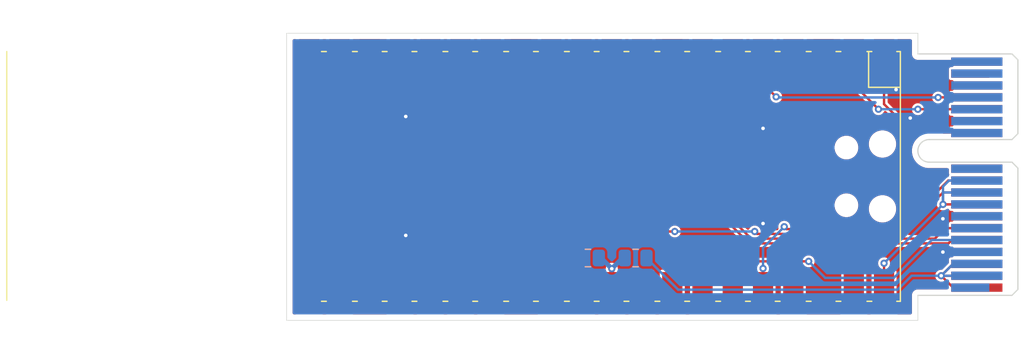
<source format=kicad_pcb>
(kicad_pcb (version 20240108) (generator "pcbnew") (generator_version "8.0")
  (layers (0 "F.Cu" signal) (31 "B.Cu" signal) (34 "B.Paste" user) (35 "F.Paste" user) (36 "B.SilkS" user "B.Silkscreen") (37 "F.SilkS" user "F.Silkscreen") (38 "B.Mask" user) (39 "F.Mask" user) (44 "Edge.Cuts" user))
  (net 0 "")
  (net 1 "I2C_RESET")
  (net 2 "+5V")
  (net 3 "I2C_A0")
  (net 4 "SDA")
  (net 5 "SCL")
  (net 6 "VIN")
  (net 7 "GND")
  (net 8 "I2C_A2")
  (net 10 "VDD")
  (net 11 "I2C_A1")
  (net 12 "LED_DATA")
  (net 18 "OVERLOAD")
  (net 23 "WIZNET6")
  (net 28 "WIZNET3")
  (net 37 "WIZNET5")
  (net 41 "WIZNET2")
  (net 43 "WIZNET4")
  (net 45 "Net-(U1-GPIO26_ADC0)")
  (net 46 "WIZNET1")
  (footprint "W5500 Footprint:RPi_Pico_W5500_SMD_NO_HOLES" (layer "F.Cu") (at 98.03 59.04 -90)
    (property "Reference" "U1" (hide yes))
    (property "Value" "W5500-EVB-Pico")
    (fp_line (start 10.414 49.53) (end -10.5 49.53) (stroke (width 0.12)) (layer "F.SilkS"))
    (fp_line (start -10.5 22.7) (end -10.5 23.1) (stroke (width 0.12)) (layer "F.SilkS"))
    (fp_line (start 10.5 22.7) (end 10.5 23.1) (stroke (width 0.12)) (layer "F.SilkS"))
    (fp_line (start -10.5 20.1) (end -10.5 20.5) (stroke (width 0.12)) (layer "F.SilkS"))
    (fp_line (start 10.5 20.1) (end 10.5 20.5) (stroke (width 0.12)) (layer "F.SilkS"))
    (fp_line (start -10.5 17.6) (end -10.5 18) (stroke (width 0.12)) (layer "F.SilkS"))
    (fp_line (start 10.5 17.6) (end 10.5 18) (stroke (width 0.12)) (layer "F.SilkS"))
    (fp_line (start -10.5 15.1) (end -10.5 15.5) (stroke (width 0.12)) (layer "F.SilkS"))
    (fp_line (start 10.5 15.1) (end 10.5 15.5) (stroke (width 0.12)) (layer "F.SilkS"))
    (fp_line (start -10.5 12.5) (end -10.5 12.9) (stroke (width 0.12)) (layer "F.SilkS"))
    (fp_line (start 10.5 12.5) (end 10.5 12.9) (stroke (width 0.12)) (layer "F.SilkS"))
    (fp_line (start -10.5 10) (end -10.5 10.4) (stroke (width 0.12)) (layer "F.SilkS"))
    (fp_line (start 10.5 10) (end 10.5 10.4) (stroke (width 0.12)) (layer "F.SilkS"))
    (fp_line (start -10.5 7.4) (end -10.5 7.8) (stroke (width 0.12)) (layer "F.SilkS"))
    (fp_line (start 10.5 7.4) (end 10.5 7.8) (stroke (width 0.12)) (layer "F.SilkS"))
    (fp_line (start -10.5 4.9) (end -10.5 5.3) (stroke (width 0.12)) (layer "F.SilkS"))
    (fp_line (start 10.5 4.9) (end 10.5 5.3) (stroke (width 0.12)) (layer "F.SilkS"))
    (fp_line (start -10.5 2.3) (end -10.5 2.7) (stroke (width 0.12)) (layer "F.SilkS"))
    (fp_line (start 10.5 2.3) (end 10.5 2.7) (stroke (width 0.12)) (layer "F.SilkS"))
    (fp_line (start -10.5 -0.2) (end -10.5 0.2) (stroke (width 0.12)) (layer "F.SilkS"))
    (fp_line (start 10.5 -0.2) (end 10.5 0.2) (stroke (width 0.12)) (layer "F.SilkS"))
    (fp_line (start -10.5 -2.7) (end -10.5 -2.3) (stroke (width 0.12)) (layer "F.SilkS"))
    (fp_line (start 10.5 -2.7) (end 10.5 -2.3) (stroke (width 0.12)) (layer "F.SilkS"))
    (fp_line (start -10.5 -5.3) (end -10.5 -4.9) (stroke (width 0.12)) (layer "F.SilkS"))
    (fp_line (start 10.5 -5.3) (end 10.5 -4.9) (stroke (width 0.12)) (layer "F.SilkS"))
    (fp_line (start -10.5 -7.8) (end -10.5 -7.4) (stroke (width 0.12)) (layer "F.SilkS"))
    (fp_line (start 10.5 -7.8) (end 10.5 -7.4) (stroke (width 0.12)) (layer "F.SilkS"))
    (fp_line (start -10.5 -10.4) (end -10.5 -10) (stroke (width 0.12)) (layer "F.SilkS"))
    (fp_line (start 10.5 -10.4) (end 10.5 -10) (stroke (width 0.12)) (layer "F.SilkS"))
    (fp_line (start -10.5 -12.9) (end -10.5 -12.5) (stroke (width 0.12)) (layer "F.SilkS"))
    (fp_line (start 10.5 -12.9) (end 10.5 -12.5) (stroke (width 0.12)) (layer "F.SilkS"))
    (fp_line (start -10.5 -15.4) (end -10.5 -15) (stroke (width 0.12)) (layer "F.SilkS"))
    (fp_line (start 10.5 -15.4) (end 10.5 -15) (stroke (width 0.12)) (layer "F.SilkS"))
    (fp_line (start -10.5 -18) (end -10.5 -17.6) (stroke (width 0.12)) (layer "F.SilkS"))
    (fp_line (start 10.5 -18) (end 10.5 -17.6) (stroke (width 0.12)) (layer "F.SilkS"))
    (fp_line (start -10.5 -20.5) (end -10.5 -20.1) (stroke (width 0.12)) (layer "F.SilkS"))
    (fp_line (start 10.5 -20.5) (end 10.5 -20.1) (stroke (width 0.12)) (layer "F.SilkS"))
    (fp_line (start -10.5 -22.833) (end -7.493 -22.833) (stroke (width 0.12)) (layer "F.SilkS"))
    (fp_line (start -7.493 -22.833) (end -7.493 -25.5) (stroke (width 0.12)) (layer "F.SilkS"))
    (fp_line (start -10.5 -23.1) (end -10.5 -22.7) (stroke (width 0.12)) (layer "F.SilkS"))
    (fp_line (start 10.5 -23.1) (end 10.5 -22.7) (stroke (width 0.12)) (layer "F.SilkS"))
    (fp_line (start -10.5 -25.5) (end -10.5 -25.2) (stroke (width 0.12)) (layer "F.SilkS"))
    (fp_line (start -10.5 -25.5) (end 10.5 -25.5) (stroke (width 0.12)) (layer "F.SilkS"))
    (fp_line (start 10.5 -25.5) (end 10.5 -25.2) (stroke (width 0.12)) (layer "F.SilkS"))
    (pad "" np_thru_hole oval (at -2.725 -24 270) (size 1.8 1.8) (drill 1.8) (layers "*.Cu" "*.Mask"))
    (pad "" np_thru_hole oval (at -2.425 -20.97 270) (size 1.5 1.5) (drill 1.5) (layers "*.Cu" "*.Mask"))
    (pad "" np_thru_hole oval (at 2.425 -20.97 270) (size 1.5 1.5) (drill 1.5) (layers "*.Cu" "*.Mask"))
    (pad "" np_thru_hole oval (at 2.725 -24 270) (size 1.8 1.8) (drill 1.8) (layers "*.Cu" "*.Mask"))
    (pad "1" smd rect (at -8.89 -24.13 270) (size 3.5 1.7) (drill (offset -0.9 0)) (layers "F.Cu" "F.Mask") (net 4 "SDA"))
    (pad "2" smd rect (at -8.89 -21.59 270) (size 3.5 1.7) (drill (offset -0.9 0)) (layers "F.Cu" "F.Mask") (net 5 "SCL"))
    (pad "3" smd rect (at -8.89 -19.05 270) (size 3.5 1.7) (drill (offset -0.9 0)) (layers "F.Cu" "F.Mask") (net 7 "GND"))
    (pad "4" smd rect (at -8.89 -16.51 270) (size 3.5 1.7) (drill (offset -0.9 0)) (layers "F.Cu" "F.Mask") (net 12 "LED_DATA"))
    (pad "5" smd rect (at -8.89 -13.97 270) (size 3.5 1.7) (drill (offset -0.9 0)) (layers "F.Cu" "F.Mask") (net 8 "I2C_A2"))
    (pad "6" smd rect (at -8.89 -11.43 270) (size 3.5 1.7) (drill (offset -0.9 0)) (layers "F.Cu" "F.Mask") (net 11 "I2C_A1"))
    (pad "7" smd rect (at -8.89 -8.89 270) (size 3.5 1.7) (drill (offset -0.9 0)) (layers "F.Cu" "F.Mask") (net 3 "I2C_A0"))
    (pad "8" smd rect (at -8.89 -6.35 270) (size 3.5 1.7) (drill (offset -0.9 0)) (layers "F.Cu" "F.Mask") (net 7 "GND"))
    (pad "9" smd rect (at -8.89 -3.81 270) (size 3.5 1.7) (drill (offset -0.9 0)) (layers "F.Cu" "F.Mask"))
    (pad "10" smd rect (at -8.89 -1.27 270) (size 3.5 1.7) (drill (offset -0.9 0)) (layers "F.Cu" "F.Mask"))
    (pad "11" smd rect (at -8.89 1.27 270) (size 3.5 1.7) (drill (offset -0.9 0)) (layers "F.Cu" "F.Mask"))
    (pad "12" smd rect (at -8.89 3.81 270) (size 3.5 1.7) (drill (offset -0.9 0)) (layers "F.Cu" "F.Mask"))
    (pad "13" smd rect (at -8.89 6.35 270) (size 3.5 1.7) (drill (offset -0.9 0)) (layers "F.Cu" "F.Mask") (net 7 "GND"))
    (pad "14" smd rect (at -8.89 8.89 270) (size 3.5 1.7) (drill (offset -0.9 0)) (layers "F.Cu" "F.Mask"))
    (pad "15" smd rect (at -8.89 11.43 270) (size 3.5 1.7) (drill (offset -0.9 0)) (layers "F.Cu" "F.Mask"))
    (pad "16" smd rect (at -8.89 13.97 270) (size 3.5 1.7) (drill (offset -0.9 0)) (layers "F.Cu" "F.Mask"))
    (pad "17" smd rect (at -8.89 16.51 270) (size 3.5 1.7) (drill (offset -0.9 0)) (layers "F.Cu" "F.Mask"))
    (pad "18" smd rect (at -8.89 19.05 270) (size 3.5 1.7) (drill (offset -0.9 0)) (layers "F.Cu" "F.Mask") (net 7 "GND"))
    (pad "19" smd rect (at -8.89 21.59 270) (size 3.5 1.7) (drill (offset -0.9 0)) (layers "F.Cu" "F.Mask"))
    (pad "20" smd rect (at -8.89 24.13 270) (size 3.5 1.7) (drill (offset -0.9 0)) (layers "F.Cu" "F.Mask"))
    (pad "21" smd rect (at 8.89 24.13 270) (size 3.5 1.7) (drill (offset 0.9 0)) (layers "F.Cu" "F.Mask") (net 23 "WIZNET6"))
    (pad "22" smd rect (at 8.89 21.59 270) (size 3.5 1.7) (drill (offset 0.9 0)) (layers "F.Cu" "F.Mask") (net 37 "WIZNET5"))
    (pad "23" smd rect (at 8.89 19.05 270) (size 3.5 1.7) (drill (offset 0.9 0)) (layers "F.Cu" "F.Mask") (net 7 "GND"))
    (pad "24" smd rect (at 8.89 16.51 270) (size 3.5 1.7) (drill (offset 0.9 0)) (layers "F.Cu" "F.Mask") (net 43 "WIZNET4"))
    (pad "25" smd rect (at 8.89 13.97 270) (size 3.5 1.7) (drill (offset 0.9 0)) (layers "F.Cu" "F.Mask") (net 28 "WIZNET3"))
    (pad "26" smd rect (at 8.89 11.43 270) (size 3.5 1.7) (drill (offset 0.9 0)) (layers "F.Cu" "F.Mask") (net 41 "WIZNET2"))
    (pad "27" smd rect (at 8.89 8.89 270) (size 3.5 1.7) (drill (offset 0.9 0)) (layers "F.Cu" "F.Mask") (net 46 "WIZNET1"))
    (pad "28" smd rect (at 8.89 6.35 270) (size 3.5 1.7) (drill (offset 0.9 0)) (layers "F.Cu" "F.Mask") (net 7 "GND"))
    (pad "29" smd rect (at 8.89 3.81 270) (size 3.5 1.7) (drill (offset 0.9 0)) (layers "F.Cu" "F.Mask") (net 1 "I2C_RESET"))
    (pad "30" smd rect (at 8.89 1.27 270) (size 3.5 1.7) (drill (offset 0.9 0)) (layers "F.Cu" "F.Mask"))
    (pad "31" smd rect (at 8.89 -1.27 270) (size 3.5 1.7) (drill (offset 0.9 0)) (layers "F.Cu" "F.Mask") (net 45 "Net-(U1-GPIO26_ADC0)"))
    (pad "32" smd rect (at 8.89 -3.81 270) (size 3.5 1.7) (drill (offset 0.9 0)) (layers "F.Cu" "F.Mask"))
    (pad "33" smd rect (at 8.89 -6.35 270) (size 3.5 1.7) (drill (offset 0.9 0)) (layers "F.Cu" "F.Mask"))
    (pad "34" smd rect (at 8.89 -8.89 270) (size 3.5 1.7) (drill (offset 0.9 0)) (layers "F.Cu" "F.Mask") (net 18 "OVERLOAD"))
    (pad "35" smd rect (at 8.89 -11.43 270) (size 3.5 1.7) (drill (offset 0.9 0)) (layers "F.Cu" "F.Mask"))
    (pad "36" smd rect (at 8.89 -13.97 270) (size 3.5 1.7) (drill (offset 0.9 0)) (layers "F.Cu" "F.Mask") (net 10 "VDD"))
    (pad "37" smd rect (at 8.89 -16.51 270) (size 3.5 1.7) (drill (offset 0.9 0)) (layers "F.Cu" "F.Mask"))
    (pad "38" smd rect (at 8.89 -19.05 270) (size 3.5 1.7) (drill (offset 0.9 0)) (layers "F.Cu" "F.Mask") (net 7 "GND"))
    (pad "39" smd rect (at 8.89 -21.59 270) (size 3.5 1.7) (drill (offset 0.9 0)) (layers "F.Cu" "F.Mask"))
    (pad "40" smd rect (at 8.89 -24.13 270) (size 3.5 1.7) (drill (offset 0.9 0)) (layers "F.Cu" "F.Mask") (net 2 "+5V"))
  )
  (footprint "Connector_PCBEdge:BUS_PCIexpress_x1" (layer "F.Cu") (at 129.95 68.39 90)
    (property "Reference" "J1" (hide yes))
    (property "Value" "Bus_PCI_Express_x1" (hide yes))
    (fp_line (start 19.65 -4.95) (end 19.65 2.95) (stroke (width 0.1)) (layer "Edge.Cuts"))
    (fp_line (start -0.65 -4.95) (end -0.65 2.95) (stroke (width 0.1)) (layer "Edge.Cuts"))
    (fp_line (start 12.45 -4) (end 12.45 2.95) (stroke (width 0.1)) (layer "Edge.Cuts"))
    (fp_line (start 10.55 -4) (end 10.55 2.95) (stroke (width 0.1)) (layer "Edge.Cuts"))
    (fp_line (start 19.65 2.95) (end 19.15 3.45) (stroke (width 0.1)) (layer "Edge.Cuts"))
    (fp_line (start 12.45 2.95) (end 12.95 3.45) (stroke (width 0.1)) (layer "Edge.Cuts"))
    (fp_line (start 10.55 2.95) (end 10.05 3.45) (stroke (width 0.1)) (layer "Edge.Cuts"))
    (fp_line (start -0.65 2.95) (end -0.15 3.45) (stroke (width 0.1)) (layer "Edge.Cuts"))
    (fp_line (start 12.95 3.45) (end 19.15 3.45) (stroke (width 0.1)) (layer "Edge.Cuts"))
    (fp_line (start -0.15 3.45) (end 10.05 3.45) (stroke (width 0.1)) (layer "Edge.Cuts"))
    (fp_arc (start 10.55 -4) (mid 11.5 -4.95) (end 12.45 -4) (stroke (width 0.1)) (layer "Edge.Cuts"))
    (pad "A1" connect rect (at 0 -0.55 90) (size 0.7 3.2) (layers "B.Cu" "B.Mask"))
    (pad "A2" connect rect (at 1 0 90) (size 0.7 4.3) (layers "B.Cu" "B.Mask") (net 6 "VIN"))
    (pad "A3" connect rect (at 2 0 90) (size 0.7 4.3) (layers "B.Cu" "B.Mask") (net 6 "VIN"))
    (pad "A4" connect rect (at 3 0 90) (size 0.7 4.3) (layers "B.Cu" "B.Mask") (net 7 "GND"))
    (pad "A5" connect rect (at 4 0 90) (size 0.7 4.3) (layers "B.Cu" "B.Mask") (net 18 "OVERLOAD"))
    (pad "A6" connect rect (at 5 0 90) (size 0.7 4.3) (layers "B.Cu" "B.Mask"))
    (pad "A7" connect rect (at 6 0 90) (size 0.7 4.3) (layers "B.Cu" "B.Mask"))
    (pad "A8" connect rect (at 7 0 90) (size 0.7 4.3) (layers "B.Cu" "B.Mask"))
    (pad "A9" connect rect (at 8 0 90) (size 0.7 4.3) (layers "B.Cu" "B.Mask") (net 2 "+5V"))
    (pad "A10" connect rect (at 9 0 90) (size 0.7 4.3) (layers "B.Cu" "B.Mask") (net 2 "+5V"))
    (pad "A11" connect rect (at 10 0 90) (size 0.7 4.3) (layers "B.Cu" "B.Mask"))
    (pad "A12" connect rect (at 13 0 90) (size 0.7 4.3) (layers "B.Cu" "B.Mask") (net 7 "GND"))
    (pad "A13" connect rect (at 14 0 90) (size 0.7 4.3) (layers "B.Cu" "B.Mask"))
    (pad "A14" connect rect (at 15 0 90) (size 0.7 4.3) (layers "B.Cu" "B.Mask"))
    (pad "A15" connect rect (at 16 0 90) (size 0.7 4.3) (layers "B.Cu" "B.Mask") (net 7 "GND"))
    (pad "A16" connect rect (at 17 0 90) (size 0.7 4.3) (layers "B.Cu" "B.Mask"))
    (pad "A17" connect rect (at 18 0 90) (size 0.7 4.3) (layers "B.Cu" "B.Mask"))
    (pad "A18" connect rect (at 19 0 90) (size 0.7 4.3) (layers "B.Cu" "B.Mask") (net 7 "GND"))
    (pad "B1" connect rect (at 0 0 90) (size 0.7 4.3) (layers "F.Cu" "F.Mask") (net 6 "VIN"))
    (pad "B2" connect rect (at 1 0 90) (size 0.7 4.3) (layers "F.Cu" "F.Mask") (net 6 "VIN"))
    (pad "B3" connect rect (at 2 0 90) (size 0.7 4.3) (layers "F.Cu" "F.Mask") (net 6 "VIN"))
    (pad "B4" connect rect (at 3 0 90) (size 0.7 4.3) (layers "F.Cu" "F.Mask") (net 7 "GND"))
    (pad "B5" connect rect (at 4 0 90) (size 0.7 4.3) (layers "F.Cu" "F.Mask") (net 3 "I2C_A0"))
    (pad "B6" connect rect (at 5 0 90) (size 0.7 4.3) (layers "F.Cu" "F.Mask") (net 11 "I2C_A1"))
    (pad "B7" connect rect (at 6 0 90) (size 0.7 4.3) (layers "F.Cu" "F.Mask") (net 7 "GND"))
    (pad "B8" connect rect (at 7 0 90) (size 0.7 4.3) (layers "F.Cu" "F.Mask") (net 2 "+5V"))
    (pad "B9" connect rect (at 8 0 90) (size 0.7 4.3) (layers "F.Cu" "F.Mask") (net 1 "I2C_RESET"))
    (pad "B10" connect rect (at 9 0 90) (size 0.7 4.3) (layers "F.Cu" "F.Mask") (net 10 "VDD"))
    (pad "B11" connect rect (at 10 0 90) (size 0.7 4.3) (layers "F.Cu" "F.Mask"))
    (pad "B12" connect rect (at 13 0 90) (size 0.7 4.3) (layers "F.Cu" "F.Mask") (net 4 "SDA"))
    (pad "B13" connect rect (at 14 0 90) (size 0.7 4.3) (layers "F.Cu" "F.Mask") (net 7 "GND"))
    (pad "B14" connect rect (at 15 0 90) (size 0.7 4.3) (layers "F.Cu" "F.Mask") (net 5 "SCL"))
    (pad "B15" connect rect (at 16 0 90) (size 0.7 4.3) (layers "F.Cu" "F.Mask") (net 8 "I2C_A2"))
    (pad "B16" connect rect (at 17 0 90) (size 0.7 4.3) (layers "F.Cu" "F.Mask") (net 7 "GND"))
    (pad "B17" connect rect (at 18 -0.55 90) (size 0.7 3.2) (layers "F.Cu" "F.Mask"))
    (pad "B18" connect rect (at 19 0 90) (size 0.7 4.3) (layers "F.Cu" "F.Mask") (net 7 "GND"))
  )
  (footprint "Resistor_SMD:R_0805_2012Metric" (layer "B.Cu") (at 101.3 65.9 180)
    (property "Reference" "R1" (hide yes))
    (property "Value" "22K")
    (fp_line (start 0.227064 0.735) (end -0.227064 0.735) (stroke (width 0.12)) (layer "B.SilkS"))
    (fp_line (start 0.227064 -0.735) (end -0.227064 -0.735) (stroke (width 0.12)) (layer "B.SilkS"))
    (pad "1" smd roundrect (at -0.9125 0 180) (size 1.025 1.4) (layers "B.Cu" "B.Paste" "B.Mask") (roundrect_rratio 0.243902) (net 6 "VIN"))
    (pad "2" smd roundrect (at 0.9125 0 180) (size 1.025 1.4) (layers "B.Cu" "B.Paste" "B.Mask") (roundrect_rratio 0.243902) (net 45 "Net-(U1-GPIO26_ADC0)"))
  )
  (footprint "Resistor_SMD:R_0805_2012Metric" (layer "B.Cu") (at 97.3 65.9 180)
    (property "Reference" "R2" (hide yes))
    (property "Value" "2K")
    (fp_line (start 0.227064 0.735) (end -0.227064 0.735) (stroke (width 0.12)) (layer "B.SilkS"))
    (fp_line (start 0.227064 -0.735) (end -0.227064 -0.735) (stroke (width 0.12)) (layer "B.SilkS"))
    (pad "1" smd roundrect (at -0.9125 0 180) (size 1.025 1.4) (layers "B.Cu" "B.Paste" "B.Mask") (roundrect_rratio 0.243902) (net 45 "Net-(U1-GPIO26_ADC0)"))
    (pad "2" smd roundrect (at 0.9125 0 180) (size 1.025 1.4) (layers "B.Cu" "B.Paste" "B.Mask") (roundrect_rratio 0.243902) (net 7 "GND"))
  )
  (gr_line (start 125 47) (end 125 48.74) (stroke (width 0.05)) (layer "Edge.Cuts"))
  (gr_line (start 125 71.14) (end 125 69.04) (stroke (width 0.05)) (layer "Edge.Cuts"))
  (gr_line (start 72 47) (end 72 71.14) (stroke (width 0.05)) (layer "Edge.Cuts"))
  (gr_line (start 72 47) (end 125 47) (stroke (width 0.05)) (layer "Edge.Cuts"))
  (gr_line (start 72 71.14) (end 125 71.14) (stroke (width 0.05)) (layer "Edge.Cuts"))
  (segment (start 104.59 63.67) (end 98.48 63.67) (width 0.2) (layer "F.Cu") (net 1))
  (segment (start 123.63 63.87) (end 127.11 60.39) (width 0.2) (layer "F.Cu") (net 1))
  (segment (start 127.11 60.39) (end 129.95 60.39) (width 0.2) (layer "F.Cu") (net 1))
  (segment (start 98.48 63.67) (end 94.22 67.93) (width 0.2) (layer "F.Cu") (net 1))
  (segment (start 111.5 63.87) (end 123.63 63.87) (width 0.2) (layer "F.Cu") (net 1))
  (segment (start 111.3 63.67) (end 111.5 63.87) (width 0.2) (layer "F.Cu") (net 1))
  (via (at 111.3 63.67) (size 0.6) (drill 0.3) (layers "F.Cu" "B.Cu") (net 1))
  (via (at 104.59 63.67) (size 0.6) (drill 0.3) (layers "F.Cu" "B.Cu") (net 1))
  (segment (start 104.59 63.67) (end 111.3 63.67) (width 0.2) (layer "B.Cu") (net 1))
  (segment (start 129.95 61.39) (end 127.11 61.39) (width 0.2) (layer "F.Cu") (net 2))
  (segment (start 122.16 66.34) (end 122.16 67.93) (width 0.2) (layer "F.Cu") (net 2))
  (via (at 127.11 61.39) (size 0.6) (drill 0.3) (layers "F.Cu" "B.Cu") (net 2))
  (via (at 122.16 66.34) (size 0.6) (drill 0.3) (layers "F.Cu" "B.Cu") (net 2))
  (segment (start 127.11 59.89) (end 127.11 61.39) (width 0.2) (layer "B.Cu") (net 2))
  (segment (start 127.61 59.39) (end 127.11 59.89) (width 0.2) (layer "B.Cu") (net 2))
  (segment (start 122.16 66.34) (end 127.11 61.39) (width 0.2) (layer "B.Cu") (net 2))
  (segment (start 127.11 60.39) (end 127.11 61.39) (width 0.2) (layer "B.Cu") (net 2))
  (segment (start 129.95 60.39) (end 127.11 60.39) (width 0.2) (layer "B.Cu") (net 2))
  (segment (start 129.95 59.39) (end 127.61 59.39) (width 0.2) (layer "B.Cu") (net 2))
  (segment (start 110.834314 64.67) (end 127.57 64.67) (width 0.2) (layer "F.Cu") (net 3))
  (segment (start 127.57 64.67) (end 127.85 64.39) (width 0.2) (layer "F.Cu") (net 3))
  (segment (start 106.92 50.15) (end 106.92 60.755686) (width 0.2) (layer "F.Cu") (net 3))
  (segment (start 127.85 64.39) (end 129.95 64.39) (width 0.2) (layer "F.Cu") (net 3))
  (segment (start 106.92 60.755686) (end 110.834314 64.67) (width 0.2) (layer "F.Cu") (net 3))
  (segment (start 122.16 52.96) (end 124.46 55.26) (width 0.2) (layer "F.Cu") (net 4))
  (segment (start 124.46 55.26) (end 127.35 55.26) (width 0.2) (layer "F.Cu") (net 4))
  (segment (start 122.16 50.15) (end 122.16 52.96) (width 0.2) (layer "F.Cu") (net 4))
  (segment (start 119.62 51.315) (end 119.62 50.15) (width 0.2) (layer "F.Cu") (net 5))
  (segment (start 121.69 53.39) (end 121.69 53.385) (width 0.2) (layer "F.Cu") (net 5))
  (segment (start 121.69 53.385) (end 119.62 51.315) (width 0.2) (layer "F.Cu") (net 5))
  (segment (start 129.95 53.39) (end 125 53.39) (width 0.2) (layer "F.Cu") (net 5))
  (via (at 121.69 53.39) (size 0.6) (drill 0.3) (layers "F.Cu" "B.Cu") (net 5))
  (via (at 125 53.39) (size 0.6) (drill 0.3) (layers "F.Cu" "B.Cu") (net 5))
  (segment (start 125 53.39) (end 121.69 53.39) (width 0.2) (layer "B.Cu") (net 5))
  (segment (start 127.96 66.39) (end 129.95 66.39) (width 0.2) (layer "F.Cu") (net 6))
  (segment (start 126.96 67.39) (end 129.95 67.39) (width 0.2) (layer "F.Cu") (net 6))
  (segment (start 127.96 68.39) (end 129.95 68.39) (width 0.2) (layer "F.Cu") (net 6))
  (segment (start 126.96 67.39) (end 127.96 68.39) (width 0.2) (layer "F.Cu") (net 6))
  (segment (start 126.96 67.39) (end 127.96 66.39) (width 0.2) (layer "F.Cu") (net 6))
  (via (at 126.96 67.39) (size 0.6) (drill 0.3) (layers "F.Cu" "B.Cu") (net 6))
  (segment (start 104.8725 68.56) (end 102.2125 65.9) (width 0.2) (layer "B.Cu") (net 6))
  (segment (start 126.96 67.39) (end 127.96 66.39) (width 0.2) (layer "B.Cu") (net 6))
  (segment (start 126.96 67.39) (end 124.48 67.39) (width 0.2) (layer "B.Cu") (net 6))
  (segment (start 127.96 66.39) (end 129.95 66.39) (width 0.2) (layer "B.Cu") (net 6))
  (segment (start 124.48 67.39) (end 123.31 68.56) (width 0.2) (layer "B.Cu") (net 6))
  (segment (start 129.95 67.39) (end 126.96 67.39) (width 0.2) (layer "B.Cu") (net 6))
  (segment (start 123.31 68.56) (end 104.8725 68.56) (width 0.2) (layer "B.Cu") (net 6))
  (via (at 82 64) (size 0.6) (drill 0.3) (layers "F.Cu" "B.Cu") (net 7))
  (via (at 123.17 51.74) (size 0.6) (drill 0.3) (layers "F.Cu" "B.Cu") (net 7))
  (via (at 112 55) (size 0.6) (drill 0.3) (layers "F.Cu" "B.Cu") (net 7))
  (via (at 82 54) (size 0.6) (drill 0.3) (layers "F.Cu" "B.Cu") (net 7))
  (via (at 127.1 65.4) (size 0.6) (drill 0.3) (layers "F.Cu" "B.Cu") (net 7))
  (via (at 112 63) (size 0.6) (drill 0.3) (layers "F.Cu" "B.Cu") (net 7))
  (via (at 127.1 62.6) (size 0.6) (drill 0.3) (layers "F.Cu" "B.Cu") (net 7))
  (via (at 124.36 54.13) (size 0.6) (drill 0.3) (layers "F.Cu" "B.Cu") (net 7))
  (segment (start 126.71 52.39) (end 126.7 52.4) (width 0.2) (layer "F.Cu") (net 8))
  (segment (start 129.95 52.39) (end 126.71 52.39) (width 0.2) (layer "F.Cu") (net 8))
  (segment (start 112 51.25) (end 112 50.15) (width 0.2) (layer "F.Cu") (net 8))
  (segment (start 113.1 52.35) (end 112 51.25) (width 0.2) (layer "F.Cu") (net 8))
  (via (at 126.7 52.4) (size 0.6) (drill 0.3) (layers "F.Cu" "B.Cu") (net 8))
  (via (at 113.1 52.35) (size 0.6) (drill 0.3) (layers "F.Cu" "B.Cu") (net 8))
  (segment (start 113.1 52.35) (end 113.15 52.4) (width 0.2) (layer "B.Cu") (net 8))
  (segment (start 113.15 52.4) (end 126.7 52.4) (width 0.2) (layer "B.Cu") (net 8))
  (segment (start 123.464314 63.47) (end 127.544314 59.39) (width 0.2) (layer "F.Cu") (net 10))
  (segment (start 112 66.78) (end 112 67.93) (width 0.2) (layer "F.Cu") (net 10))
  (segment (start 113.98 63.47) (end 123.464314 63.47) (width 0.2) (layer "F.Cu") (net 10))
  (segment (start 127.544314 59.39) (end 129.95 59.39) (width 0.2) (layer "F.Cu") (net 10))
  (segment (start 113.78 63.27) (end 113.98 63.47) (width 0.2) (layer "F.Cu") (net 10))
  (via (at 112 66.78) (size 0.6) (drill 0.3) (layers "F.Cu" "B.Cu") (net 10))
  (via (at 113.78 63.27) (size 0.6) (drill 0.3) (layers "F.Cu" "B.Cu") (net 10))
  (segment (start 112 65.05) (end 113.78 63.27) (width 0.2) (layer "B.Cu") (net 10))
  (segment (start 112 66.78) (end 112 65.05) (width 0.2) (layer "B.Cu") (net 10))
  (segment (start 129.95 63.39) (end 127.31 63.39) (width 0.2) (layer "F.Cu") (net 11))
  (segment (start 111 64.27) (end 107.32 60.59) (width 0.2) (layer "F.Cu") (net 11))
  (segment (start 107.32 60.59) (end 107.32 52.29) (width 0.2) (layer "F.Cu") (net 11))
  (segment (start 127.31 63.39) (end 126.43 64.27) (width 0.2) (layer "F.Cu") (net 11))
  (segment (start 107.32 52.29) (end 109.46 50.15) (width 0.2) (layer "F.Cu") (net 11))
  (segment (start 126.43 64.27) (end 111 64.27) (width 0.2) (layer "F.Cu") (net 11))
  (segment (start 115.83 66.18) (end 108.67 66.18) (width 0.2) (layer "F.Cu") (net 18))
  (segment (start 108.67 66.18) (end 106.92 67.93) (width 0.2) (layer "F.Cu") (net 18))
  (via (at 115.83 66.18) (size 0.6) (drill 0.3) (layers "F.Cu" "B.Cu") (net 18))
  (segment (start 122.98 67.57) (end 126.16 64.39) (width 0.2) (layer "B.Cu") (net 18))
  (segment (start 117.22 67.57) (end 122.98 67.57) (width 0.2) (layer "B.Cu") (net 18))
  (segment (start 115.83 66.18) (end 117.22 67.57) (width 0.2) (layer "B.Cu") (net 18))
  (segment (start 126.16 64.39) (end 129.95 64.39) (width 0.2) (layer "B.Cu") (net 18))
  (segment (start 99.3 66.8) (end 99.3 67.93) (width 0.4) (layer "F.Cu") (net 45))
  (via (at 99.3 66.8) (size 0.6) (drill 0.3) (layers "F.Cu" "B.Cu") (net 45))
  (segment (start 100.3875 65.9) (end 100.2 65.9) (width 0.4) (layer "B.Cu") (net 45))
  (segment (start 98.2125 65.9) (end 98.4 65.9) (width 0.4) (layer "B.Cu") (net 45))
  (segment (start 98.4 65.9) (end 99.3 66.8) (width 0.4) (layer "B.Cu") (net 45))
  (segment (start 100.2 65.9) (end 99.3 66.8) (width 0.4) (layer "B.Cu") (net 45))
  (zone (net 4) (net_name "SDA") (layer "F.Cu") (priority 1) (connect_pads (clearance 0)) (min_thickness 0.025) (fill yes (thermal_gap 0.5) (thermal_bridge_width 0.5))
    (polygon (pts (xy 128.01 55.14) (xy 128.01 55.94) (xy 127.11 55.94) (xy 127.11 55.14)))
  )
  (zone (net 7) (net_name "GND") (layers "F&B.Cu") (connect_pads yes (clearance 0)) (min_thickness 0.25) (fill yes (thermal_gap 0.5) (thermal_bridge_width 0.5))
    (polygon (pts (xy 72 46.99) (xy 128 46.99) (xy 128 71.04) (xy 72 71.04)))
  )
)
</source>
